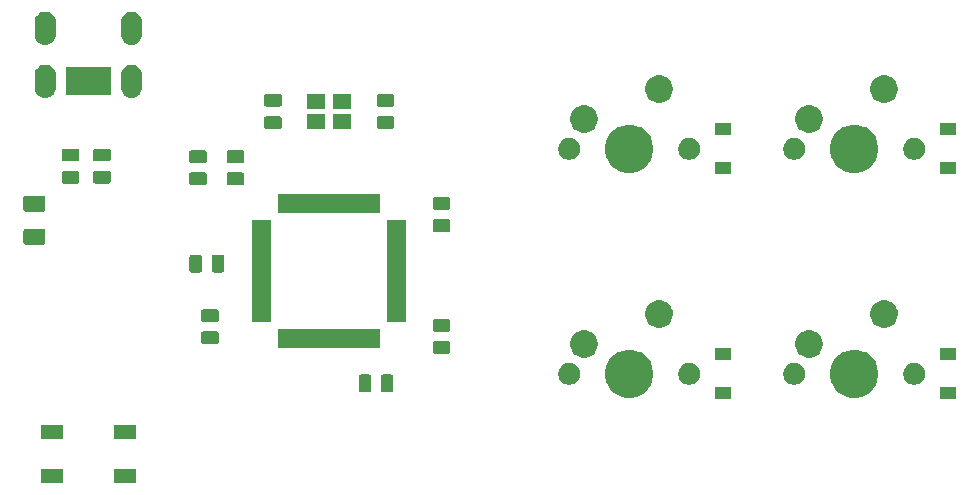
<source format=gbr>
G04 #@! TF.GenerationSoftware,KiCad,Pcbnew,(5.1.5)-3*
G04 #@! TF.CreationDate,2019-12-18T23:42:08-07:00*
G04 #@! TF.ProjectId,MiniV1,4d696e69-5631-42e6-9b69-6361645f7063,rev?*
G04 #@! TF.SameCoordinates,Original*
G04 #@! TF.FileFunction,Soldermask,Bot*
G04 #@! TF.FilePolarity,Negative*
%FSLAX46Y46*%
G04 Gerber Fmt 4.6, Leading zero omitted, Abs format (unit mm)*
G04 Created by KiCad (PCBNEW (5.1.5)-3) date 2019-12-18 23:42:08*
%MOMM*%
%LPD*%
G04 APERTURE LIST*
%ADD10C,0.020000*%
G04 APERTURE END LIST*
D10*
G36*
X86855000Y-93383000D02*
G01*
X84953000Y-93383000D01*
X84953000Y-92181000D01*
X86855000Y-92181000D01*
X86855000Y-93383000D01*
G37*
G36*
X80655000Y-93383000D02*
G01*
X78753000Y-93383000D01*
X78753000Y-92181000D01*
X80655000Y-92181000D01*
X80655000Y-93383000D01*
G37*
G36*
X86855000Y-89683000D02*
G01*
X84953000Y-89683000D01*
X84953000Y-88481000D01*
X86855000Y-88481000D01*
X86855000Y-89683000D01*
G37*
G36*
X80655000Y-89683000D02*
G01*
X78753000Y-89683000D01*
X78753000Y-88481000D01*
X80655000Y-88481000D01*
X80655000Y-89683000D01*
G37*
G36*
X137176000Y-86288500D02*
G01*
X135874000Y-86288500D01*
X135874000Y-85286500D01*
X137176000Y-85286500D01*
X137176000Y-86288500D01*
G37*
G36*
X156226000Y-86288500D02*
G01*
X154924000Y-86288500D01*
X154924000Y-85286500D01*
X156226000Y-85286500D01*
X156226000Y-86288500D01*
G37*
G36*
X148233974Y-82171184D02*
G01*
X148451974Y-82261483D01*
X148606123Y-82325333D01*
X148941048Y-82549123D01*
X149225877Y-82833952D01*
X149449667Y-83168877D01*
X149482062Y-83247086D01*
X149603816Y-83541026D01*
X149682400Y-83936094D01*
X149682400Y-84338906D01*
X149603816Y-84733974D01*
X149552951Y-84856772D01*
X149449667Y-85106123D01*
X149225877Y-85441048D01*
X148941048Y-85725877D01*
X148606123Y-85949667D01*
X148451974Y-86013517D01*
X148233974Y-86103816D01*
X147838906Y-86182400D01*
X147436094Y-86182400D01*
X147041026Y-86103816D01*
X146823026Y-86013517D01*
X146668877Y-85949667D01*
X146333952Y-85725877D01*
X146049123Y-85441048D01*
X145825333Y-85106123D01*
X145722049Y-84856772D01*
X145671184Y-84733974D01*
X145592600Y-84338906D01*
X145592600Y-83936094D01*
X145671184Y-83541026D01*
X145792938Y-83247086D01*
X145825333Y-83168877D01*
X146049123Y-82833952D01*
X146333952Y-82549123D01*
X146668877Y-82325333D01*
X146823026Y-82261483D01*
X147041026Y-82171184D01*
X147436094Y-82092600D01*
X147838906Y-82092600D01*
X148233974Y-82171184D01*
G37*
G36*
X129183974Y-82171184D02*
G01*
X129401974Y-82261483D01*
X129556123Y-82325333D01*
X129891048Y-82549123D01*
X130175877Y-82833952D01*
X130399667Y-83168877D01*
X130432062Y-83247086D01*
X130553816Y-83541026D01*
X130632400Y-83936094D01*
X130632400Y-84338906D01*
X130553816Y-84733974D01*
X130502951Y-84856772D01*
X130399667Y-85106123D01*
X130175877Y-85441048D01*
X129891048Y-85725877D01*
X129556123Y-85949667D01*
X129401974Y-86013517D01*
X129183974Y-86103816D01*
X128788906Y-86182400D01*
X128386094Y-86182400D01*
X127991026Y-86103816D01*
X127773026Y-86013517D01*
X127618877Y-85949667D01*
X127283952Y-85725877D01*
X126999123Y-85441048D01*
X126775333Y-85106123D01*
X126672049Y-84856772D01*
X126621184Y-84733974D01*
X126542600Y-84338906D01*
X126542600Y-83936094D01*
X126621184Y-83541026D01*
X126742938Y-83247086D01*
X126775333Y-83168877D01*
X126999123Y-82833952D01*
X127283952Y-82549123D01*
X127618877Y-82325333D01*
X127773026Y-82261483D01*
X127991026Y-82171184D01*
X128386094Y-82092600D01*
X128788906Y-82092600D01*
X129183974Y-82171184D01*
G37*
G36*
X106590718Y-84184815D02*
G01*
X106629388Y-84196546D01*
X106665027Y-84215596D01*
X106696267Y-84241233D01*
X106721904Y-84272473D01*
X106740954Y-84308112D01*
X106752685Y-84346782D01*
X106757250Y-84393138D01*
X106757250Y-85469362D01*
X106752685Y-85515718D01*
X106740954Y-85554388D01*
X106721904Y-85590027D01*
X106696267Y-85621267D01*
X106665027Y-85646904D01*
X106629388Y-85665954D01*
X106590718Y-85677685D01*
X106544362Y-85682250D01*
X105893138Y-85682250D01*
X105846782Y-85677685D01*
X105808112Y-85665954D01*
X105772473Y-85646904D01*
X105741233Y-85621267D01*
X105715596Y-85590027D01*
X105696546Y-85554388D01*
X105684815Y-85515718D01*
X105680250Y-85469362D01*
X105680250Y-84393138D01*
X105684815Y-84346782D01*
X105696546Y-84308112D01*
X105715596Y-84272473D01*
X105741233Y-84241233D01*
X105772473Y-84215596D01*
X105808112Y-84196546D01*
X105846782Y-84184815D01*
X105893138Y-84180250D01*
X106544362Y-84180250D01*
X106590718Y-84184815D01*
G37*
G36*
X108465718Y-84184815D02*
G01*
X108504388Y-84196546D01*
X108540027Y-84215596D01*
X108571267Y-84241233D01*
X108596904Y-84272473D01*
X108615954Y-84308112D01*
X108627685Y-84346782D01*
X108632250Y-84393138D01*
X108632250Y-85469362D01*
X108627685Y-85515718D01*
X108615954Y-85554388D01*
X108596904Y-85590027D01*
X108571267Y-85621267D01*
X108540027Y-85646904D01*
X108504388Y-85665954D01*
X108465718Y-85677685D01*
X108419362Y-85682250D01*
X107768138Y-85682250D01*
X107721782Y-85677685D01*
X107683112Y-85665954D01*
X107647473Y-85646904D01*
X107616233Y-85621267D01*
X107590596Y-85590027D01*
X107571546Y-85554388D01*
X107559815Y-85515718D01*
X107555250Y-85469362D01*
X107555250Y-84393138D01*
X107559815Y-84346782D01*
X107571546Y-84308112D01*
X107590596Y-84272473D01*
X107616233Y-84241233D01*
X107647473Y-84215596D01*
X107683112Y-84196546D01*
X107721782Y-84184815D01*
X107768138Y-84180250D01*
X108419362Y-84180250D01*
X108465718Y-84184815D01*
G37*
G36*
X133937604Y-83247085D02*
G01*
X134106126Y-83316889D01*
X134257791Y-83418228D01*
X134386772Y-83547209D01*
X134488111Y-83698874D01*
X134557915Y-83867396D01*
X134593500Y-84046297D01*
X134593500Y-84228703D01*
X134557915Y-84407604D01*
X134488111Y-84576126D01*
X134386772Y-84727791D01*
X134257791Y-84856772D01*
X134106126Y-84958111D01*
X133937604Y-85027915D01*
X133758703Y-85063500D01*
X133576297Y-85063500D01*
X133397396Y-85027915D01*
X133228874Y-84958111D01*
X133077209Y-84856772D01*
X132948228Y-84727791D01*
X132846889Y-84576126D01*
X132777085Y-84407604D01*
X132741500Y-84228703D01*
X132741500Y-84046297D01*
X132777085Y-83867396D01*
X132846889Y-83698874D01*
X132948228Y-83547209D01*
X133077209Y-83418228D01*
X133228874Y-83316889D01*
X133397396Y-83247085D01*
X133576297Y-83211500D01*
X133758703Y-83211500D01*
X133937604Y-83247085D01*
G37*
G36*
X142827604Y-83247085D02*
G01*
X142996126Y-83316889D01*
X143147791Y-83418228D01*
X143276772Y-83547209D01*
X143378111Y-83698874D01*
X143447915Y-83867396D01*
X143483500Y-84046297D01*
X143483500Y-84228703D01*
X143447915Y-84407604D01*
X143378111Y-84576126D01*
X143276772Y-84727791D01*
X143147791Y-84856772D01*
X142996126Y-84958111D01*
X142827604Y-85027915D01*
X142648703Y-85063500D01*
X142466297Y-85063500D01*
X142287396Y-85027915D01*
X142118874Y-84958111D01*
X141967209Y-84856772D01*
X141838228Y-84727791D01*
X141736889Y-84576126D01*
X141667085Y-84407604D01*
X141631500Y-84228703D01*
X141631500Y-84046297D01*
X141667085Y-83867396D01*
X141736889Y-83698874D01*
X141838228Y-83547209D01*
X141967209Y-83418228D01*
X142118874Y-83316889D01*
X142287396Y-83247085D01*
X142466297Y-83211500D01*
X142648703Y-83211500D01*
X142827604Y-83247085D01*
G37*
G36*
X123777604Y-83247085D02*
G01*
X123946126Y-83316889D01*
X124097791Y-83418228D01*
X124226772Y-83547209D01*
X124328111Y-83698874D01*
X124397915Y-83867396D01*
X124433500Y-84046297D01*
X124433500Y-84228703D01*
X124397915Y-84407604D01*
X124328111Y-84576126D01*
X124226772Y-84727791D01*
X124097791Y-84856772D01*
X123946126Y-84958111D01*
X123777604Y-85027915D01*
X123598703Y-85063500D01*
X123416297Y-85063500D01*
X123237396Y-85027915D01*
X123068874Y-84958111D01*
X122917209Y-84856772D01*
X122788228Y-84727791D01*
X122686889Y-84576126D01*
X122617085Y-84407604D01*
X122581500Y-84228703D01*
X122581500Y-84046297D01*
X122617085Y-83867396D01*
X122686889Y-83698874D01*
X122788228Y-83547209D01*
X122917209Y-83418228D01*
X123068874Y-83316889D01*
X123237396Y-83247085D01*
X123416297Y-83211500D01*
X123598703Y-83211500D01*
X123777604Y-83247085D01*
G37*
G36*
X152987604Y-83247085D02*
G01*
X153156126Y-83316889D01*
X153307791Y-83418228D01*
X153436772Y-83547209D01*
X153538111Y-83698874D01*
X153607915Y-83867396D01*
X153643500Y-84046297D01*
X153643500Y-84228703D01*
X153607915Y-84407604D01*
X153538111Y-84576126D01*
X153436772Y-84727791D01*
X153307791Y-84856772D01*
X153156126Y-84958111D01*
X152987604Y-85027915D01*
X152808703Y-85063500D01*
X152626297Y-85063500D01*
X152447396Y-85027915D01*
X152278874Y-84958111D01*
X152127209Y-84856772D01*
X151998228Y-84727791D01*
X151896889Y-84576126D01*
X151827085Y-84407604D01*
X151791500Y-84228703D01*
X151791500Y-84046297D01*
X151827085Y-83867396D01*
X151896889Y-83698874D01*
X151998228Y-83547209D01*
X152127209Y-83418228D01*
X152278874Y-83316889D01*
X152447396Y-83247085D01*
X152626297Y-83211500D01*
X152808703Y-83211500D01*
X152987604Y-83247085D01*
G37*
G36*
X156226000Y-82988500D02*
G01*
X154924000Y-82988500D01*
X154924000Y-81986500D01*
X156226000Y-81986500D01*
X156226000Y-82988500D01*
G37*
G36*
X137176000Y-82988500D02*
G01*
X135874000Y-82988500D01*
X135874000Y-81986500D01*
X137176000Y-81986500D01*
X137176000Y-82988500D01*
G37*
G36*
X144014403Y-80435638D02*
G01*
X144170527Y-80466693D01*
X144384545Y-80555342D01*
X144423509Y-80581377D01*
X144577154Y-80684039D01*
X144740961Y-80847846D01*
X144826758Y-80976251D01*
X144869658Y-81040455D01*
X144958307Y-81254473D01*
X144958307Y-81254475D01*
X145003399Y-81481163D01*
X145003500Y-81481674D01*
X145003500Y-81713326D01*
X144958307Y-81940527D01*
X144869658Y-82154545D01*
X144869657Y-82154546D01*
X144740961Y-82347154D01*
X144577154Y-82510961D01*
X144520040Y-82549123D01*
X144384545Y-82639658D01*
X144170527Y-82728307D01*
X144019060Y-82758436D01*
X143943327Y-82773500D01*
X143711673Y-82773500D01*
X143635940Y-82758436D01*
X143484473Y-82728307D01*
X143270455Y-82639658D01*
X143134960Y-82549123D01*
X143077846Y-82510961D01*
X142914039Y-82347154D01*
X142785343Y-82154546D01*
X142785342Y-82154545D01*
X142696693Y-81940527D01*
X142651500Y-81713326D01*
X142651500Y-81481674D01*
X142651602Y-81481163D01*
X142696693Y-81254475D01*
X142696693Y-81254473D01*
X142785342Y-81040455D01*
X142828242Y-80976251D01*
X142914039Y-80847846D01*
X143077846Y-80684039D01*
X143231491Y-80581377D01*
X143270455Y-80555342D01*
X143484473Y-80466693D01*
X143640597Y-80435638D01*
X143711673Y-80421500D01*
X143943327Y-80421500D01*
X144014403Y-80435638D01*
G37*
G36*
X124964403Y-80435638D02*
G01*
X125120527Y-80466693D01*
X125334545Y-80555342D01*
X125373509Y-80581377D01*
X125527154Y-80684039D01*
X125690961Y-80847846D01*
X125776758Y-80976251D01*
X125819658Y-81040455D01*
X125908307Y-81254473D01*
X125908307Y-81254475D01*
X125953399Y-81481163D01*
X125953500Y-81481674D01*
X125953500Y-81713326D01*
X125908307Y-81940527D01*
X125819658Y-82154545D01*
X125819657Y-82154546D01*
X125690961Y-82347154D01*
X125527154Y-82510961D01*
X125470040Y-82549123D01*
X125334545Y-82639658D01*
X125120527Y-82728307D01*
X124969060Y-82758436D01*
X124893327Y-82773500D01*
X124661673Y-82773500D01*
X124585940Y-82758436D01*
X124434473Y-82728307D01*
X124220455Y-82639658D01*
X124084960Y-82549123D01*
X124027846Y-82510961D01*
X123864039Y-82347154D01*
X123735343Y-82154546D01*
X123735342Y-82154545D01*
X123646693Y-81940527D01*
X123601500Y-81713326D01*
X123601500Y-81481674D01*
X123601602Y-81481163D01*
X123646693Y-81254475D01*
X123646693Y-81254473D01*
X123735342Y-81040455D01*
X123778242Y-80976251D01*
X123864039Y-80847846D01*
X124027846Y-80684039D01*
X124181491Y-80581377D01*
X124220455Y-80555342D01*
X124434473Y-80466693D01*
X124590597Y-80435638D01*
X124661673Y-80421500D01*
X124893327Y-80421500D01*
X124964403Y-80435638D01*
G37*
G36*
X113296968Y-81366065D02*
G01*
X113335638Y-81377796D01*
X113371277Y-81396846D01*
X113402517Y-81422483D01*
X113428154Y-81453723D01*
X113447204Y-81489362D01*
X113458935Y-81528032D01*
X113463500Y-81574388D01*
X113463500Y-82225612D01*
X113458935Y-82271968D01*
X113447204Y-82310638D01*
X113428154Y-82346277D01*
X113402517Y-82377517D01*
X113371277Y-82403154D01*
X113335638Y-82422204D01*
X113296968Y-82433935D01*
X113250612Y-82438500D01*
X112174388Y-82438500D01*
X112128032Y-82433935D01*
X112089362Y-82422204D01*
X112053723Y-82403154D01*
X112022483Y-82377517D01*
X111996846Y-82346277D01*
X111977796Y-82310638D01*
X111966065Y-82271968D01*
X111961500Y-82225612D01*
X111961500Y-81574388D01*
X111966065Y-81528032D01*
X111977796Y-81489362D01*
X111996846Y-81453723D01*
X112022483Y-81422483D01*
X112053723Y-81396846D01*
X112089362Y-81377796D01*
X112128032Y-81366065D01*
X112174388Y-81361500D01*
X113250612Y-81361500D01*
X113296968Y-81366065D01*
G37*
G36*
X107513500Y-81907250D02*
G01*
X98861500Y-81907250D01*
X98861500Y-80305250D01*
X107513500Y-80305250D01*
X107513500Y-81907250D01*
G37*
G36*
X93675468Y-80540565D02*
G01*
X93714138Y-80552296D01*
X93749777Y-80571346D01*
X93781017Y-80596983D01*
X93806654Y-80628223D01*
X93825704Y-80663862D01*
X93837435Y-80702532D01*
X93842000Y-80748888D01*
X93842000Y-81400112D01*
X93837435Y-81446468D01*
X93825704Y-81485138D01*
X93806654Y-81520777D01*
X93781017Y-81552017D01*
X93749777Y-81577654D01*
X93714138Y-81596704D01*
X93675468Y-81608435D01*
X93629112Y-81613000D01*
X92552888Y-81613000D01*
X92506532Y-81608435D01*
X92467862Y-81596704D01*
X92432223Y-81577654D01*
X92400983Y-81552017D01*
X92375346Y-81520777D01*
X92356296Y-81485138D01*
X92344565Y-81446468D01*
X92340000Y-81400112D01*
X92340000Y-80748888D01*
X92344565Y-80702532D01*
X92356296Y-80663862D01*
X92375346Y-80628223D01*
X92400983Y-80596983D01*
X92432223Y-80571346D01*
X92467862Y-80552296D01*
X92506532Y-80540565D01*
X92552888Y-80536000D01*
X93629112Y-80536000D01*
X93675468Y-80540565D01*
G37*
G36*
X113296968Y-79491065D02*
G01*
X113335638Y-79502796D01*
X113371277Y-79521846D01*
X113402517Y-79547483D01*
X113428154Y-79578723D01*
X113447204Y-79614362D01*
X113458935Y-79653032D01*
X113463500Y-79699388D01*
X113463500Y-80350612D01*
X113458935Y-80396968D01*
X113447204Y-80435638D01*
X113428154Y-80471277D01*
X113402517Y-80502517D01*
X113371277Y-80528154D01*
X113335638Y-80547204D01*
X113296968Y-80558935D01*
X113250612Y-80563500D01*
X112174388Y-80563500D01*
X112128032Y-80558935D01*
X112089362Y-80547204D01*
X112053723Y-80528154D01*
X112022483Y-80502517D01*
X111996846Y-80471277D01*
X111977796Y-80435638D01*
X111966065Y-80396968D01*
X111961500Y-80350612D01*
X111961500Y-79699388D01*
X111966065Y-79653032D01*
X111977796Y-79614362D01*
X111996846Y-79578723D01*
X112022483Y-79547483D01*
X112053723Y-79521846D01*
X112089362Y-79502796D01*
X112128032Y-79491065D01*
X112174388Y-79486500D01*
X113250612Y-79486500D01*
X113296968Y-79491065D01*
G37*
G36*
X131319060Y-77896564D02*
G01*
X131470527Y-77926693D01*
X131684545Y-78015342D01*
X131684546Y-78015343D01*
X131877154Y-78144039D01*
X132040961Y-78307846D01*
X132126758Y-78436251D01*
X132169658Y-78500455D01*
X132258307Y-78714473D01*
X132263357Y-78739861D01*
X132301626Y-78932250D01*
X132303500Y-78941674D01*
X132303500Y-79173326D01*
X132258307Y-79400527D01*
X132169658Y-79614545D01*
X132143942Y-79653032D01*
X132040961Y-79807154D01*
X131877154Y-79970961D01*
X131748749Y-80056758D01*
X131684545Y-80099658D01*
X131470527Y-80188307D01*
X131319060Y-80218436D01*
X131243327Y-80233500D01*
X131011673Y-80233500D01*
X130935940Y-80218436D01*
X130784473Y-80188307D01*
X130570455Y-80099658D01*
X130506251Y-80056758D01*
X130377846Y-79970961D01*
X130214039Y-79807154D01*
X130111058Y-79653032D01*
X130085342Y-79614545D01*
X129996693Y-79400527D01*
X129951500Y-79173326D01*
X129951500Y-78941674D01*
X129953375Y-78932250D01*
X129991643Y-78739861D01*
X129996693Y-78714473D01*
X130085342Y-78500455D01*
X130128242Y-78436251D01*
X130214039Y-78307846D01*
X130377846Y-78144039D01*
X130570454Y-78015343D01*
X130570455Y-78015342D01*
X130784473Y-77926693D01*
X130935940Y-77896564D01*
X131011673Y-77881500D01*
X131243327Y-77881500D01*
X131319060Y-77896564D01*
G37*
G36*
X150369060Y-77896564D02*
G01*
X150520527Y-77926693D01*
X150734545Y-78015342D01*
X150734546Y-78015343D01*
X150927154Y-78144039D01*
X151090961Y-78307846D01*
X151176758Y-78436251D01*
X151219658Y-78500455D01*
X151308307Y-78714473D01*
X151313357Y-78739861D01*
X151351626Y-78932250D01*
X151353500Y-78941674D01*
X151353500Y-79173326D01*
X151308307Y-79400527D01*
X151219658Y-79614545D01*
X151193942Y-79653032D01*
X151090961Y-79807154D01*
X150927154Y-79970961D01*
X150798749Y-80056758D01*
X150734545Y-80099658D01*
X150520527Y-80188307D01*
X150369060Y-80218436D01*
X150293327Y-80233500D01*
X150061673Y-80233500D01*
X149985940Y-80218436D01*
X149834473Y-80188307D01*
X149620455Y-80099658D01*
X149556251Y-80056758D01*
X149427846Y-79970961D01*
X149264039Y-79807154D01*
X149161058Y-79653032D01*
X149135342Y-79614545D01*
X149046693Y-79400527D01*
X149001500Y-79173326D01*
X149001500Y-78941674D01*
X149003375Y-78932250D01*
X149041643Y-78739861D01*
X149046693Y-78714473D01*
X149135342Y-78500455D01*
X149178242Y-78436251D01*
X149264039Y-78307846D01*
X149427846Y-78144039D01*
X149620454Y-78015343D01*
X149620455Y-78015342D01*
X149834473Y-77926693D01*
X149985940Y-77896564D01*
X150061673Y-77881500D01*
X150293327Y-77881500D01*
X150369060Y-77896564D01*
G37*
G36*
X93675468Y-78665565D02*
G01*
X93714138Y-78677296D01*
X93749777Y-78696346D01*
X93781017Y-78721983D01*
X93806654Y-78753223D01*
X93825704Y-78788862D01*
X93837435Y-78827532D01*
X93842000Y-78873888D01*
X93842000Y-79525112D01*
X93837435Y-79571468D01*
X93825704Y-79610138D01*
X93806654Y-79645777D01*
X93781017Y-79677017D01*
X93749777Y-79702654D01*
X93714138Y-79721704D01*
X93675468Y-79733435D01*
X93629112Y-79738000D01*
X92552888Y-79738000D01*
X92506532Y-79733435D01*
X92467862Y-79721704D01*
X92432223Y-79702654D01*
X92400983Y-79677017D01*
X92375346Y-79645777D01*
X92356296Y-79610138D01*
X92344565Y-79571468D01*
X92340000Y-79525112D01*
X92340000Y-78873888D01*
X92344565Y-78827532D01*
X92356296Y-78788862D01*
X92375346Y-78753223D01*
X92400983Y-78721983D01*
X92432223Y-78696346D01*
X92467862Y-78677296D01*
X92506532Y-78665565D01*
X92552888Y-78661000D01*
X93629112Y-78661000D01*
X93675468Y-78665565D01*
G37*
G36*
X109688500Y-79732250D02*
G01*
X108086500Y-79732250D01*
X108086500Y-71080250D01*
X109688500Y-71080250D01*
X109688500Y-79732250D01*
G37*
G36*
X98288500Y-79732250D02*
G01*
X96686500Y-79732250D01*
X96686500Y-71080250D01*
X98288500Y-71080250D01*
X98288500Y-79732250D01*
G37*
G36*
X92271468Y-74056565D02*
G01*
X92310138Y-74068296D01*
X92345777Y-74087346D01*
X92377017Y-74112983D01*
X92402654Y-74144223D01*
X92421704Y-74179862D01*
X92433435Y-74218532D01*
X92438000Y-74264888D01*
X92438000Y-75341112D01*
X92433435Y-75387468D01*
X92421704Y-75426138D01*
X92402654Y-75461777D01*
X92377017Y-75493017D01*
X92345777Y-75518654D01*
X92310138Y-75537704D01*
X92271468Y-75549435D01*
X92225112Y-75554000D01*
X91573888Y-75554000D01*
X91527532Y-75549435D01*
X91488862Y-75537704D01*
X91453223Y-75518654D01*
X91421983Y-75493017D01*
X91396346Y-75461777D01*
X91377296Y-75426138D01*
X91365565Y-75387468D01*
X91361000Y-75341112D01*
X91361000Y-74264888D01*
X91365565Y-74218532D01*
X91377296Y-74179862D01*
X91396346Y-74144223D01*
X91421983Y-74112983D01*
X91453223Y-74087346D01*
X91488862Y-74068296D01*
X91527532Y-74056565D01*
X91573888Y-74052000D01*
X92225112Y-74052000D01*
X92271468Y-74056565D01*
G37*
G36*
X94146468Y-74056565D02*
G01*
X94185138Y-74068296D01*
X94220777Y-74087346D01*
X94252017Y-74112983D01*
X94277654Y-74144223D01*
X94296704Y-74179862D01*
X94308435Y-74218532D01*
X94313000Y-74264888D01*
X94313000Y-75341112D01*
X94308435Y-75387468D01*
X94296704Y-75426138D01*
X94277654Y-75461777D01*
X94252017Y-75493017D01*
X94220777Y-75518654D01*
X94185138Y-75537704D01*
X94146468Y-75549435D01*
X94100112Y-75554000D01*
X93448888Y-75554000D01*
X93402532Y-75549435D01*
X93363862Y-75537704D01*
X93328223Y-75518654D01*
X93296983Y-75493017D01*
X93271346Y-75461777D01*
X93252296Y-75426138D01*
X93240565Y-75387468D01*
X93236000Y-75341112D01*
X93236000Y-74264888D01*
X93240565Y-74218532D01*
X93252296Y-74179862D01*
X93271346Y-74144223D01*
X93296983Y-74112983D01*
X93328223Y-74087346D01*
X93363862Y-74068296D01*
X93402532Y-74056565D01*
X93448888Y-74052000D01*
X94100112Y-74052000D01*
X94146468Y-74056565D01*
G37*
G36*
X79000604Y-71848347D02*
G01*
X79037144Y-71859432D01*
X79070821Y-71877433D01*
X79100341Y-71901659D01*
X79124567Y-71931179D01*
X79142568Y-71964856D01*
X79153653Y-72001396D01*
X79158000Y-72045538D01*
X79158000Y-72994462D01*
X79153653Y-73038604D01*
X79142568Y-73075144D01*
X79124567Y-73108821D01*
X79100341Y-73138341D01*
X79070821Y-73162567D01*
X79037144Y-73180568D01*
X79000604Y-73191653D01*
X78956462Y-73196000D01*
X77507538Y-73196000D01*
X77463396Y-73191653D01*
X77426856Y-73180568D01*
X77393179Y-73162567D01*
X77363659Y-73138341D01*
X77339433Y-73108821D01*
X77321432Y-73075144D01*
X77310347Y-73038604D01*
X77306000Y-72994462D01*
X77306000Y-72045538D01*
X77310347Y-72001396D01*
X77321432Y-71964856D01*
X77339433Y-71931179D01*
X77363659Y-71901659D01*
X77393179Y-71877433D01*
X77426856Y-71859432D01*
X77463396Y-71848347D01*
X77507538Y-71844000D01*
X78956462Y-71844000D01*
X79000604Y-71848347D01*
G37*
G36*
X113296968Y-71047315D02*
G01*
X113335638Y-71059046D01*
X113371277Y-71078096D01*
X113402517Y-71103733D01*
X113428154Y-71134973D01*
X113447204Y-71170612D01*
X113458935Y-71209282D01*
X113463500Y-71255638D01*
X113463500Y-71906862D01*
X113458935Y-71953218D01*
X113447204Y-71991888D01*
X113428154Y-72027527D01*
X113402517Y-72058767D01*
X113371277Y-72084404D01*
X113335638Y-72103454D01*
X113296968Y-72115185D01*
X113250612Y-72119750D01*
X112174388Y-72119750D01*
X112128032Y-72115185D01*
X112089362Y-72103454D01*
X112053723Y-72084404D01*
X112022483Y-72058767D01*
X111996846Y-72027527D01*
X111977796Y-71991888D01*
X111966065Y-71953218D01*
X111961500Y-71906862D01*
X111961500Y-71255638D01*
X111966065Y-71209282D01*
X111977796Y-71170612D01*
X111996846Y-71134973D01*
X112022483Y-71103733D01*
X112053723Y-71078096D01*
X112089362Y-71059046D01*
X112128032Y-71047315D01*
X112174388Y-71042750D01*
X113250612Y-71042750D01*
X113296968Y-71047315D01*
G37*
G36*
X107513500Y-70507250D02*
G01*
X98861500Y-70507250D01*
X98861500Y-68905250D01*
X107513500Y-68905250D01*
X107513500Y-70507250D01*
G37*
G36*
X79000604Y-69048347D02*
G01*
X79037144Y-69059432D01*
X79070821Y-69077433D01*
X79100341Y-69101659D01*
X79124567Y-69131179D01*
X79142568Y-69164856D01*
X79153653Y-69201396D01*
X79158000Y-69245538D01*
X79158000Y-70194462D01*
X79153653Y-70238604D01*
X79142568Y-70275144D01*
X79124567Y-70308821D01*
X79100341Y-70338341D01*
X79070821Y-70362567D01*
X79037144Y-70380568D01*
X79000604Y-70391653D01*
X78956462Y-70396000D01*
X77507538Y-70396000D01*
X77463396Y-70391653D01*
X77426856Y-70380568D01*
X77393179Y-70362567D01*
X77363659Y-70338341D01*
X77339433Y-70308821D01*
X77321432Y-70275144D01*
X77310347Y-70238604D01*
X77306000Y-70194462D01*
X77306000Y-69245538D01*
X77310347Y-69201396D01*
X77321432Y-69164856D01*
X77339433Y-69131179D01*
X77363659Y-69101659D01*
X77393179Y-69077433D01*
X77426856Y-69059432D01*
X77463396Y-69048347D01*
X77507538Y-69044000D01*
X78956462Y-69044000D01*
X79000604Y-69048347D01*
G37*
G36*
X113296968Y-69172315D02*
G01*
X113335638Y-69184046D01*
X113371277Y-69203096D01*
X113402517Y-69228733D01*
X113428154Y-69259973D01*
X113447204Y-69295612D01*
X113458935Y-69334282D01*
X113463500Y-69380638D01*
X113463500Y-70031862D01*
X113458935Y-70078218D01*
X113447204Y-70116888D01*
X113428154Y-70152527D01*
X113402517Y-70183767D01*
X113371277Y-70209404D01*
X113335638Y-70228454D01*
X113296968Y-70240185D01*
X113250612Y-70244750D01*
X112174388Y-70244750D01*
X112128032Y-70240185D01*
X112089362Y-70228454D01*
X112053723Y-70209404D01*
X112022483Y-70183767D01*
X111996846Y-70152527D01*
X111977796Y-70116888D01*
X111966065Y-70078218D01*
X111961500Y-70031862D01*
X111961500Y-69380638D01*
X111966065Y-69334282D01*
X111977796Y-69295612D01*
X111996846Y-69259973D01*
X112022483Y-69228733D01*
X112053723Y-69203096D01*
X112089362Y-69184046D01*
X112128032Y-69172315D01*
X112174388Y-69167750D01*
X113250612Y-69167750D01*
X113296968Y-69172315D01*
G37*
G36*
X95834468Y-67078565D02*
G01*
X95873138Y-67090296D01*
X95908777Y-67109346D01*
X95940017Y-67134983D01*
X95965654Y-67166223D01*
X95984704Y-67201862D01*
X95996435Y-67240532D01*
X96001000Y-67286888D01*
X96001000Y-67938112D01*
X95996435Y-67984468D01*
X95984704Y-68023138D01*
X95965654Y-68058777D01*
X95940017Y-68090017D01*
X95908777Y-68115654D01*
X95873138Y-68134704D01*
X95834468Y-68146435D01*
X95788112Y-68151000D01*
X94711888Y-68151000D01*
X94665532Y-68146435D01*
X94626862Y-68134704D01*
X94591223Y-68115654D01*
X94559983Y-68090017D01*
X94534346Y-68058777D01*
X94515296Y-68023138D01*
X94503565Y-67984468D01*
X94499000Y-67938112D01*
X94499000Y-67286888D01*
X94503565Y-67240532D01*
X94515296Y-67201862D01*
X94534346Y-67166223D01*
X94559983Y-67134983D01*
X94591223Y-67109346D01*
X94626862Y-67090296D01*
X94665532Y-67078565D01*
X94711888Y-67074000D01*
X95788112Y-67074000D01*
X95834468Y-67078565D01*
G37*
G36*
X92659468Y-67078565D02*
G01*
X92698138Y-67090296D01*
X92733777Y-67109346D01*
X92765017Y-67134983D01*
X92790654Y-67166223D01*
X92809704Y-67201862D01*
X92821435Y-67240532D01*
X92826000Y-67286888D01*
X92826000Y-67938112D01*
X92821435Y-67984468D01*
X92809704Y-68023138D01*
X92790654Y-68058777D01*
X92765017Y-68090017D01*
X92733777Y-68115654D01*
X92698138Y-68134704D01*
X92659468Y-68146435D01*
X92613112Y-68151000D01*
X91536888Y-68151000D01*
X91490532Y-68146435D01*
X91451862Y-68134704D01*
X91416223Y-68115654D01*
X91384983Y-68090017D01*
X91359346Y-68058777D01*
X91340296Y-68023138D01*
X91328565Y-67984468D01*
X91324000Y-67938112D01*
X91324000Y-67286888D01*
X91328565Y-67240532D01*
X91340296Y-67201862D01*
X91359346Y-67166223D01*
X91384983Y-67134983D01*
X91416223Y-67109346D01*
X91451862Y-67090296D01*
X91490532Y-67078565D01*
X91536888Y-67074000D01*
X92613112Y-67074000D01*
X92659468Y-67078565D01*
G37*
G36*
X84531468Y-66951565D02*
G01*
X84570138Y-66963296D01*
X84605777Y-66982346D01*
X84637017Y-67007983D01*
X84662654Y-67039223D01*
X84681704Y-67074862D01*
X84693435Y-67113532D01*
X84698000Y-67159888D01*
X84698000Y-67811112D01*
X84693435Y-67857468D01*
X84681704Y-67896138D01*
X84662654Y-67931777D01*
X84637017Y-67963017D01*
X84605777Y-67988654D01*
X84570138Y-68007704D01*
X84531468Y-68019435D01*
X84485112Y-68024000D01*
X83408888Y-68024000D01*
X83362532Y-68019435D01*
X83323862Y-68007704D01*
X83288223Y-67988654D01*
X83256983Y-67963017D01*
X83231346Y-67931777D01*
X83212296Y-67896138D01*
X83200565Y-67857468D01*
X83196000Y-67811112D01*
X83196000Y-67159888D01*
X83200565Y-67113532D01*
X83212296Y-67074862D01*
X83231346Y-67039223D01*
X83256983Y-67007983D01*
X83288223Y-66982346D01*
X83323862Y-66963296D01*
X83362532Y-66951565D01*
X83408888Y-66947000D01*
X84485112Y-66947000D01*
X84531468Y-66951565D01*
G37*
G36*
X81864468Y-66951565D02*
G01*
X81903138Y-66963296D01*
X81938777Y-66982346D01*
X81970017Y-67007983D01*
X81995654Y-67039223D01*
X82014704Y-67074862D01*
X82026435Y-67113532D01*
X82031000Y-67159888D01*
X82031000Y-67811112D01*
X82026435Y-67857468D01*
X82014704Y-67896138D01*
X81995654Y-67931777D01*
X81970017Y-67963017D01*
X81938777Y-67988654D01*
X81903138Y-68007704D01*
X81864468Y-68019435D01*
X81818112Y-68024000D01*
X80741888Y-68024000D01*
X80695532Y-68019435D01*
X80656862Y-68007704D01*
X80621223Y-67988654D01*
X80589983Y-67963017D01*
X80564346Y-67931777D01*
X80545296Y-67896138D01*
X80533565Y-67857468D01*
X80529000Y-67811112D01*
X80529000Y-67159888D01*
X80533565Y-67113532D01*
X80545296Y-67074862D01*
X80564346Y-67039223D01*
X80589983Y-67007983D01*
X80621223Y-66982346D01*
X80656862Y-66963296D01*
X80695532Y-66951565D01*
X80741888Y-66947000D01*
X81818112Y-66947000D01*
X81864468Y-66951565D01*
G37*
G36*
X156226000Y-67238500D02*
G01*
X154924000Y-67238500D01*
X154924000Y-66236500D01*
X156226000Y-66236500D01*
X156226000Y-67238500D01*
G37*
G36*
X137176000Y-67238500D02*
G01*
X135874000Y-67238500D01*
X135874000Y-66236500D01*
X137176000Y-66236500D01*
X137176000Y-67238500D01*
G37*
G36*
X129183974Y-63121184D02*
G01*
X129401974Y-63211483D01*
X129556123Y-63275333D01*
X129891048Y-63499123D01*
X130175877Y-63783952D01*
X130399667Y-64118877D01*
X130432062Y-64197086D01*
X130553816Y-64491026D01*
X130632400Y-64886094D01*
X130632400Y-65288906D01*
X130553816Y-65683974D01*
X130502951Y-65806772D01*
X130399667Y-66056123D01*
X130175877Y-66391048D01*
X129891048Y-66675877D01*
X129556123Y-66899667D01*
X129429359Y-66952174D01*
X129183974Y-67053816D01*
X128788906Y-67132400D01*
X128386094Y-67132400D01*
X127991026Y-67053816D01*
X127745641Y-66952174D01*
X127618877Y-66899667D01*
X127283952Y-66675877D01*
X126999123Y-66391048D01*
X126775333Y-66056123D01*
X126672049Y-65806772D01*
X126621184Y-65683974D01*
X126542600Y-65288906D01*
X126542600Y-64886094D01*
X126621184Y-64491026D01*
X126742938Y-64197086D01*
X126775333Y-64118877D01*
X126999123Y-63783952D01*
X127283952Y-63499123D01*
X127618877Y-63275333D01*
X127773026Y-63211483D01*
X127991026Y-63121184D01*
X128386094Y-63042600D01*
X128788906Y-63042600D01*
X129183974Y-63121184D01*
G37*
G36*
X148233974Y-63121184D02*
G01*
X148451974Y-63211483D01*
X148606123Y-63275333D01*
X148941048Y-63499123D01*
X149225877Y-63783952D01*
X149449667Y-64118877D01*
X149482062Y-64197086D01*
X149603816Y-64491026D01*
X149682400Y-64886094D01*
X149682400Y-65288906D01*
X149603816Y-65683974D01*
X149552951Y-65806772D01*
X149449667Y-66056123D01*
X149225877Y-66391048D01*
X148941048Y-66675877D01*
X148606123Y-66899667D01*
X148479359Y-66952174D01*
X148233974Y-67053816D01*
X147838906Y-67132400D01*
X147436094Y-67132400D01*
X147041026Y-67053816D01*
X146795641Y-66952174D01*
X146668877Y-66899667D01*
X146333952Y-66675877D01*
X146049123Y-66391048D01*
X145825333Y-66056123D01*
X145722049Y-65806772D01*
X145671184Y-65683974D01*
X145592600Y-65288906D01*
X145592600Y-64886094D01*
X145671184Y-64491026D01*
X145792938Y-64197086D01*
X145825333Y-64118877D01*
X146049123Y-63783952D01*
X146333952Y-63499123D01*
X146668877Y-63275333D01*
X146823026Y-63211483D01*
X147041026Y-63121184D01*
X147436094Y-63042600D01*
X147838906Y-63042600D01*
X148233974Y-63121184D01*
G37*
G36*
X95834468Y-65203565D02*
G01*
X95873138Y-65215296D01*
X95908777Y-65234346D01*
X95940017Y-65259983D01*
X95965654Y-65291223D01*
X95984704Y-65326862D01*
X95996435Y-65365532D01*
X96001000Y-65411888D01*
X96001000Y-66063112D01*
X95996435Y-66109468D01*
X95984704Y-66148138D01*
X95965654Y-66183777D01*
X95940017Y-66215017D01*
X95908777Y-66240654D01*
X95873138Y-66259704D01*
X95834468Y-66271435D01*
X95788112Y-66276000D01*
X94711888Y-66276000D01*
X94665532Y-66271435D01*
X94626862Y-66259704D01*
X94591223Y-66240654D01*
X94559983Y-66215017D01*
X94534346Y-66183777D01*
X94515296Y-66148138D01*
X94503565Y-66109468D01*
X94499000Y-66063112D01*
X94499000Y-65411888D01*
X94503565Y-65365532D01*
X94515296Y-65326862D01*
X94534346Y-65291223D01*
X94559983Y-65259983D01*
X94591223Y-65234346D01*
X94626862Y-65215296D01*
X94665532Y-65203565D01*
X94711888Y-65199000D01*
X95788112Y-65199000D01*
X95834468Y-65203565D01*
G37*
G36*
X92659468Y-65203565D02*
G01*
X92698138Y-65215296D01*
X92733777Y-65234346D01*
X92765017Y-65259983D01*
X92790654Y-65291223D01*
X92809704Y-65326862D01*
X92821435Y-65365532D01*
X92826000Y-65411888D01*
X92826000Y-66063112D01*
X92821435Y-66109468D01*
X92809704Y-66148138D01*
X92790654Y-66183777D01*
X92765017Y-66215017D01*
X92733777Y-66240654D01*
X92698138Y-66259704D01*
X92659468Y-66271435D01*
X92613112Y-66276000D01*
X91536888Y-66276000D01*
X91490532Y-66271435D01*
X91451862Y-66259704D01*
X91416223Y-66240654D01*
X91384983Y-66215017D01*
X91359346Y-66183777D01*
X91340296Y-66148138D01*
X91328565Y-66109468D01*
X91324000Y-66063112D01*
X91324000Y-65411888D01*
X91328565Y-65365532D01*
X91340296Y-65326862D01*
X91359346Y-65291223D01*
X91384983Y-65259983D01*
X91416223Y-65234346D01*
X91451862Y-65215296D01*
X91490532Y-65203565D01*
X91536888Y-65199000D01*
X92613112Y-65199000D01*
X92659468Y-65203565D01*
G37*
G36*
X84531468Y-65076565D02*
G01*
X84570138Y-65088296D01*
X84605777Y-65107346D01*
X84637017Y-65132983D01*
X84662654Y-65164223D01*
X84681704Y-65199862D01*
X84693435Y-65238532D01*
X84698000Y-65284888D01*
X84698000Y-65936112D01*
X84693435Y-65982468D01*
X84681704Y-66021138D01*
X84662654Y-66056777D01*
X84637017Y-66088017D01*
X84605777Y-66113654D01*
X84570138Y-66132704D01*
X84531468Y-66144435D01*
X84485112Y-66149000D01*
X83408888Y-66149000D01*
X83362532Y-66144435D01*
X83323862Y-66132704D01*
X83288223Y-66113654D01*
X83256983Y-66088017D01*
X83231346Y-66056777D01*
X83212296Y-66021138D01*
X83200565Y-65982468D01*
X83196000Y-65936112D01*
X83196000Y-65284888D01*
X83200565Y-65238532D01*
X83212296Y-65199862D01*
X83231346Y-65164223D01*
X83256983Y-65132983D01*
X83288223Y-65107346D01*
X83323862Y-65088296D01*
X83362532Y-65076565D01*
X83408888Y-65072000D01*
X84485112Y-65072000D01*
X84531468Y-65076565D01*
G37*
G36*
X81864468Y-65076565D02*
G01*
X81903138Y-65088296D01*
X81938777Y-65107346D01*
X81970017Y-65132983D01*
X81995654Y-65164223D01*
X82014704Y-65199862D01*
X82026435Y-65238532D01*
X82031000Y-65284888D01*
X82031000Y-65936112D01*
X82026435Y-65982468D01*
X82014704Y-66021138D01*
X81995654Y-66056777D01*
X81970017Y-66088017D01*
X81938777Y-66113654D01*
X81903138Y-66132704D01*
X81864468Y-66144435D01*
X81818112Y-66149000D01*
X80741888Y-66149000D01*
X80695532Y-66144435D01*
X80656862Y-66132704D01*
X80621223Y-66113654D01*
X80589983Y-66088017D01*
X80564346Y-66056777D01*
X80545296Y-66021138D01*
X80533565Y-65982468D01*
X80529000Y-65936112D01*
X80529000Y-65284888D01*
X80533565Y-65238532D01*
X80545296Y-65199862D01*
X80564346Y-65164223D01*
X80589983Y-65132983D01*
X80621223Y-65107346D01*
X80656862Y-65088296D01*
X80695532Y-65076565D01*
X80741888Y-65072000D01*
X81818112Y-65072000D01*
X81864468Y-65076565D01*
G37*
G36*
X123777604Y-64197085D02*
G01*
X123946126Y-64266889D01*
X124097791Y-64368228D01*
X124226772Y-64497209D01*
X124328111Y-64648874D01*
X124397915Y-64817396D01*
X124433500Y-64996297D01*
X124433500Y-65178703D01*
X124397915Y-65357604D01*
X124328111Y-65526126D01*
X124226772Y-65677791D01*
X124097791Y-65806772D01*
X123946126Y-65908111D01*
X123777604Y-65977915D01*
X123598703Y-66013500D01*
X123416297Y-66013500D01*
X123237396Y-65977915D01*
X123068874Y-65908111D01*
X122917209Y-65806772D01*
X122788228Y-65677791D01*
X122686889Y-65526126D01*
X122617085Y-65357604D01*
X122581500Y-65178703D01*
X122581500Y-64996297D01*
X122617085Y-64817396D01*
X122686889Y-64648874D01*
X122788228Y-64497209D01*
X122917209Y-64368228D01*
X123068874Y-64266889D01*
X123237396Y-64197085D01*
X123416297Y-64161500D01*
X123598703Y-64161500D01*
X123777604Y-64197085D01*
G37*
G36*
X133937604Y-64197085D02*
G01*
X134106126Y-64266889D01*
X134257791Y-64368228D01*
X134386772Y-64497209D01*
X134488111Y-64648874D01*
X134557915Y-64817396D01*
X134593500Y-64996297D01*
X134593500Y-65178703D01*
X134557915Y-65357604D01*
X134488111Y-65526126D01*
X134386772Y-65677791D01*
X134257791Y-65806772D01*
X134106126Y-65908111D01*
X133937604Y-65977915D01*
X133758703Y-66013500D01*
X133576297Y-66013500D01*
X133397396Y-65977915D01*
X133228874Y-65908111D01*
X133077209Y-65806772D01*
X132948228Y-65677791D01*
X132846889Y-65526126D01*
X132777085Y-65357604D01*
X132741500Y-65178703D01*
X132741500Y-64996297D01*
X132777085Y-64817396D01*
X132846889Y-64648874D01*
X132948228Y-64497209D01*
X133077209Y-64368228D01*
X133228874Y-64266889D01*
X133397396Y-64197085D01*
X133576297Y-64161500D01*
X133758703Y-64161500D01*
X133937604Y-64197085D01*
G37*
G36*
X142827604Y-64197085D02*
G01*
X142996126Y-64266889D01*
X143147791Y-64368228D01*
X143276772Y-64497209D01*
X143378111Y-64648874D01*
X143447915Y-64817396D01*
X143483500Y-64996297D01*
X143483500Y-65178703D01*
X143447915Y-65357604D01*
X143378111Y-65526126D01*
X143276772Y-65677791D01*
X143147791Y-65806772D01*
X142996126Y-65908111D01*
X142827604Y-65977915D01*
X142648703Y-66013500D01*
X142466297Y-66013500D01*
X142287396Y-65977915D01*
X142118874Y-65908111D01*
X141967209Y-65806772D01*
X141838228Y-65677791D01*
X141736889Y-65526126D01*
X141667085Y-65357604D01*
X141631500Y-65178703D01*
X141631500Y-64996297D01*
X141667085Y-64817396D01*
X141736889Y-64648874D01*
X141838228Y-64497209D01*
X141967209Y-64368228D01*
X142118874Y-64266889D01*
X142287396Y-64197085D01*
X142466297Y-64161500D01*
X142648703Y-64161500D01*
X142827604Y-64197085D01*
G37*
G36*
X152987604Y-64197085D02*
G01*
X153156126Y-64266889D01*
X153307791Y-64368228D01*
X153436772Y-64497209D01*
X153538111Y-64648874D01*
X153607915Y-64817396D01*
X153643500Y-64996297D01*
X153643500Y-65178703D01*
X153607915Y-65357604D01*
X153538111Y-65526126D01*
X153436772Y-65677791D01*
X153307791Y-65806772D01*
X153156126Y-65908111D01*
X152987604Y-65977915D01*
X152808703Y-66013500D01*
X152626297Y-66013500D01*
X152447396Y-65977915D01*
X152278874Y-65908111D01*
X152127209Y-65806772D01*
X151998228Y-65677791D01*
X151896889Y-65526126D01*
X151827085Y-65357604D01*
X151791500Y-65178703D01*
X151791500Y-64996297D01*
X151827085Y-64817396D01*
X151896889Y-64648874D01*
X151998228Y-64497209D01*
X152127209Y-64368228D01*
X152278874Y-64266889D01*
X152447396Y-64197085D01*
X152626297Y-64161500D01*
X152808703Y-64161500D01*
X152987604Y-64197085D01*
G37*
G36*
X156226000Y-63938500D02*
G01*
X154924000Y-63938500D01*
X154924000Y-62936500D01*
X156226000Y-62936500D01*
X156226000Y-63938500D01*
G37*
G36*
X137176000Y-63938500D02*
G01*
X135874000Y-63938500D01*
X135874000Y-62936500D01*
X137176000Y-62936500D01*
X137176000Y-63938500D01*
G37*
G36*
X144014403Y-61385638D02*
G01*
X144170527Y-61416693D01*
X144384545Y-61505342D01*
X144389922Y-61508935D01*
X144577154Y-61634039D01*
X144740961Y-61797846D01*
X144826758Y-61926251D01*
X144869658Y-61990455D01*
X144958307Y-62204473D01*
X144958307Y-62204475D01*
X145003399Y-62431163D01*
X145003500Y-62431674D01*
X145003500Y-62663326D01*
X144958307Y-62890527D01*
X144869658Y-63104545D01*
X144869657Y-63104546D01*
X144740961Y-63297154D01*
X144577154Y-63460961D01*
X144520040Y-63499123D01*
X144384545Y-63589658D01*
X144170527Y-63678307D01*
X144019060Y-63708436D01*
X143943327Y-63723500D01*
X143711673Y-63723500D01*
X143635940Y-63708436D01*
X143484473Y-63678307D01*
X143270455Y-63589658D01*
X143134960Y-63499123D01*
X143077846Y-63460961D01*
X142914039Y-63297154D01*
X142785343Y-63104546D01*
X142785342Y-63104545D01*
X142696693Y-62890527D01*
X142651500Y-62663326D01*
X142651500Y-62431674D01*
X142651602Y-62431163D01*
X142696693Y-62204475D01*
X142696693Y-62204473D01*
X142785342Y-61990455D01*
X142828242Y-61926251D01*
X142914039Y-61797846D01*
X143077846Y-61634039D01*
X143265078Y-61508935D01*
X143270455Y-61505342D01*
X143484473Y-61416693D01*
X143640597Y-61385638D01*
X143711673Y-61371500D01*
X143943327Y-61371500D01*
X144014403Y-61385638D01*
G37*
G36*
X124964403Y-61385638D02*
G01*
X125120527Y-61416693D01*
X125334545Y-61505342D01*
X125339922Y-61508935D01*
X125527154Y-61634039D01*
X125690961Y-61797846D01*
X125776758Y-61926251D01*
X125819658Y-61990455D01*
X125908307Y-62204473D01*
X125908307Y-62204475D01*
X125953399Y-62431163D01*
X125953500Y-62431674D01*
X125953500Y-62663326D01*
X125908307Y-62890527D01*
X125819658Y-63104545D01*
X125819657Y-63104546D01*
X125690961Y-63297154D01*
X125527154Y-63460961D01*
X125470040Y-63499123D01*
X125334545Y-63589658D01*
X125120527Y-63678307D01*
X124969060Y-63708436D01*
X124893327Y-63723500D01*
X124661673Y-63723500D01*
X124585940Y-63708436D01*
X124434473Y-63678307D01*
X124220455Y-63589658D01*
X124084960Y-63499123D01*
X124027846Y-63460961D01*
X123864039Y-63297154D01*
X123735343Y-63104546D01*
X123735342Y-63104545D01*
X123646693Y-62890527D01*
X123601500Y-62663326D01*
X123601500Y-62431674D01*
X123601602Y-62431163D01*
X123646693Y-62204475D01*
X123646693Y-62204473D01*
X123735342Y-61990455D01*
X123778242Y-61926251D01*
X123864039Y-61797846D01*
X124027846Y-61634039D01*
X124215078Y-61508935D01*
X124220455Y-61505342D01*
X124434473Y-61416693D01*
X124590597Y-61385638D01*
X124661673Y-61371500D01*
X124893327Y-61371500D01*
X124964403Y-61385638D01*
G37*
G36*
X102838500Y-63413500D02*
G01*
X101336500Y-63413500D01*
X101336500Y-62111500D01*
X102838500Y-62111500D01*
X102838500Y-63413500D01*
G37*
G36*
X105038500Y-63413500D02*
G01*
X103536500Y-63413500D01*
X103536500Y-62111500D01*
X105038500Y-62111500D01*
X105038500Y-63413500D01*
G37*
G36*
X108534468Y-62316065D02*
G01*
X108573138Y-62327796D01*
X108608777Y-62346846D01*
X108640017Y-62372483D01*
X108665654Y-62403723D01*
X108684704Y-62439362D01*
X108696435Y-62478032D01*
X108701000Y-62524388D01*
X108701000Y-63175612D01*
X108696435Y-63221968D01*
X108684704Y-63260638D01*
X108665654Y-63296277D01*
X108640017Y-63327517D01*
X108608777Y-63353154D01*
X108573138Y-63372204D01*
X108534468Y-63383935D01*
X108488112Y-63388500D01*
X107411888Y-63388500D01*
X107365532Y-63383935D01*
X107326862Y-63372204D01*
X107291223Y-63353154D01*
X107259983Y-63327517D01*
X107234346Y-63296277D01*
X107215296Y-63260638D01*
X107203565Y-63221968D01*
X107199000Y-63175612D01*
X107199000Y-62524388D01*
X107203565Y-62478032D01*
X107215296Y-62439362D01*
X107234346Y-62403723D01*
X107259983Y-62372483D01*
X107291223Y-62346846D01*
X107326862Y-62327796D01*
X107365532Y-62316065D01*
X107411888Y-62311500D01*
X108488112Y-62311500D01*
X108534468Y-62316065D01*
G37*
G36*
X99009468Y-62316065D02*
G01*
X99048138Y-62327796D01*
X99083777Y-62346846D01*
X99115017Y-62372483D01*
X99140654Y-62403723D01*
X99159704Y-62439362D01*
X99171435Y-62478032D01*
X99176000Y-62524388D01*
X99176000Y-63175612D01*
X99171435Y-63221968D01*
X99159704Y-63260638D01*
X99140654Y-63296277D01*
X99115017Y-63327517D01*
X99083777Y-63353154D01*
X99048138Y-63372204D01*
X99009468Y-63383935D01*
X98963112Y-63388500D01*
X97886888Y-63388500D01*
X97840532Y-63383935D01*
X97801862Y-63372204D01*
X97766223Y-63353154D01*
X97734983Y-63327517D01*
X97709346Y-63296277D01*
X97690296Y-63260638D01*
X97678565Y-63221968D01*
X97674000Y-63175612D01*
X97674000Y-62524388D01*
X97678565Y-62478032D01*
X97690296Y-62439362D01*
X97709346Y-62403723D01*
X97734983Y-62372483D01*
X97766223Y-62346846D01*
X97801862Y-62327796D01*
X97840532Y-62316065D01*
X97886888Y-62311500D01*
X98963112Y-62311500D01*
X99009468Y-62316065D01*
G37*
G36*
X102838500Y-61713500D02*
G01*
X101336500Y-61713500D01*
X101336500Y-60411500D01*
X102838500Y-60411500D01*
X102838500Y-61713500D01*
G37*
G36*
X105038500Y-61713500D02*
G01*
X103536500Y-61713500D01*
X103536500Y-60411500D01*
X105038500Y-60411500D01*
X105038500Y-61713500D01*
G37*
G36*
X108534468Y-60441065D02*
G01*
X108573138Y-60452796D01*
X108608777Y-60471846D01*
X108640017Y-60497483D01*
X108665654Y-60528723D01*
X108684704Y-60564362D01*
X108696435Y-60603032D01*
X108701000Y-60649388D01*
X108701000Y-61300612D01*
X108696435Y-61346968D01*
X108684704Y-61385638D01*
X108665654Y-61421277D01*
X108640017Y-61452517D01*
X108608777Y-61478154D01*
X108573138Y-61497204D01*
X108534468Y-61508935D01*
X108488112Y-61513500D01*
X107411888Y-61513500D01*
X107365532Y-61508935D01*
X107326862Y-61497204D01*
X107291223Y-61478154D01*
X107259983Y-61452517D01*
X107234346Y-61421277D01*
X107215296Y-61385638D01*
X107203565Y-61346968D01*
X107199000Y-61300612D01*
X107199000Y-60649388D01*
X107203565Y-60603032D01*
X107215296Y-60564362D01*
X107234346Y-60528723D01*
X107259983Y-60497483D01*
X107291223Y-60471846D01*
X107326862Y-60452796D01*
X107365532Y-60441065D01*
X107411888Y-60436500D01*
X108488112Y-60436500D01*
X108534468Y-60441065D01*
G37*
G36*
X99009468Y-60441065D02*
G01*
X99048138Y-60452796D01*
X99083777Y-60471846D01*
X99115017Y-60497483D01*
X99140654Y-60528723D01*
X99159704Y-60564362D01*
X99171435Y-60603032D01*
X99176000Y-60649388D01*
X99176000Y-61300612D01*
X99171435Y-61346968D01*
X99159704Y-61385638D01*
X99140654Y-61421277D01*
X99115017Y-61452517D01*
X99083777Y-61478154D01*
X99048138Y-61497204D01*
X99009468Y-61508935D01*
X98963112Y-61513500D01*
X97886888Y-61513500D01*
X97840532Y-61508935D01*
X97801862Y-61497204D01*
X97766223Y-61478154D01*
X97734983Y-61452517D01*
X97709346Y-61421277D01*
X97690296Y-61385638D01*
X97678565Y-61346968D01*
X97674000Y-61300612D01*
X97674000Y-60649388D01*
X97678565Y-60603032D01*
X97690296Y-60564362D01*
X97709346Y-60528723D01*
X97734983Y-60497483D01*
X97766223Y-60471846D01*
X97801862Y-60452796D01*
X97840532Y-60441065D01*
X97886888Y-60436500D01*
X98963112Y-60436500D01*
X99009468Y-60441065D01*
G37*
G36*
X131319060Y-58846564D02*
G01*
X131470527Y-58876693D01*
X131684545Y-58965342D01*
X131684546Y-58965343D01*
X131877154Y-59094039D01*
X132040961Y-59257846D01*
X132126758Y-59386251D01*
X132169658Y-59450455D01*
X132258307Y-59664473D01*
X132303500Y-59891674D01*
X132303500Y-60123326D01*
X132258307Y-60350527D01*
X132169658Y-60564545D01*
X132143942Y-60603032D01*
X132040961Y-60757154D01*
X131877154Y-60920961D01*
X131748749Y-61006758D01*
X131684545Y-61049658D01*
X131470527Y-61138307D01*
X131319060Y-61168436D01*
X131243327Y-61183500D01*
X131011673Y-61183500D01*
X130935940Y-61168436D01*
X130784473Y-61138307D01*
X130570455Y-61049658D01*
X130506251Y-61006758D01*
X130377846Y-60920961D01*
X130214039Y-60757154D01*
X130111058Y-60603032D01*
X130085342Y-60564545D01*
X129996693Y-60350527D01*
X129951500Y-60123326D01*
X129951500Y-59891674D01*
X129996693Y-59664473D01*
X130085342Y-59450455D01*
X130128242Y-59386251D01*
X130214039Y-59257846D01*
X130377846Y-59094039D01*
X130570454Y-58965343D01*
X130570455Y-58965342D01*
X130784473Y-58876693D01*
X130935940Y-58846564D01*
X131011673Y-58831500D01*
X131243327Y-58831500D01*
X131319060Y-58846564D01*
G37*
G36*
X150369060Y-58846564D02*
G01*
X150520527Y-58876693D01*
X150734545Y-58965342D01*
X150734546Y-58965343D01*
X150927154Y-59094039D01*
X151090961Y-59257846D01*
X151176758Y-59386251D01*
X151219658Y-59450455D01*
X151308307Y-59664473D01*
X151353500Y-59891674D01*
X151353500Y-60123326D01*
X151308307Y-60350527D01*
X151219658Y-60564545D01*
X151193942Y-60603032D01*
X151090961Y-60757154D01*
X150927154Y-60920961D01*
X150798749Y-61006758D01*
X150734545Y-61049658D01*
X150520527Y-61138307D01*
X150369060Y-61168436D01*
X150293327Y-61183500D01*
X150061673Y-61183500D01*
X149985940Y-61168436D01*
X149834473Y-61138307D01*
X149620455Y-61049658D01*
X149556251Y-61006758D01*
X149427846Y-60920961D01*
X149264039Y-60757154D01*
X149161058Y-60603032D01*
X149135342Y-60564545D01*
X149046693Y-60350527D01*
X149001500Y-60123326D01*
X149001500Y-59891674D01*
X149046693Y-59664473D01*
X149135342Y-59450455D01*
X149178242Y-59386251D01*
X149264039Y-59257846D01*
X149427846Y-59094039D01*
X149620454Y-58965343D01*
X149620455Y-58965342D01*
X149834473Y-58876693D01*
X149985940Y-58846564D01*
X150061673Y-58831500D01*
X150293327Y-58831500D01*
X150369060Y-58846564D01*
G37*
G36*
X79330627Y-57976037D02*
G01*
X79500466Y-58027557D01*
X79656991Y-58111222D01*
X79692729Y-58140552D01*
X79794186Y-58223814D01*
X79877448Y-58325271D01*
X79906778Y-58361009D01*
X79990443Y-58517534D01*
X80041963Y-58687373D01*
X80055000Y-58819742D01*
X80055000Y-59908258D01*
X80041963Y-60040627D01*
X79990443Y-60210466D01*
X79906778Y-60366991D01*
X79877448Y-60402729D01*
X79794186Y-60504186D01*
X79656989Y-60616779D01*
X79588809Y-60653222D01*
X79500465Y-60700443D01*
X79330626Y-60751963D01*
X79154000Y-60769359D01*
X78977373Y-60751963D01*
X78807534Y-60700443D01*
X78651009Y-60616778D01*
X78615271Y-60587448D01*
X78513814Y-60504186D01*
X78401221Y-60366989D01*
X78317558Y-60210467D01*
X78317557Y-60210465D01*
X78266037Y-60040626D01*
X78253000Y-59908257D01*
X78253001Y-58819742D01*
X78266038Y-58687373D01*
X78317558Y-58517534D01*
X78401223Y-58361009D01*
X78430553Y-58325271D01*
X78513815Y-58223814D01*
X78615272Y-58140552D01*
X78651010Y-58111222D01*
X78807535Y-58027557D01*
X78977374Y-57976037D01*
X79154000Y-57958641D01*
X79330627Y-57976037D01*
G37*
G36*
X86630627Y-57976037D02*
G01*
X86800466Y-58027557D01*
X86956991Y-58111222D01*
X86992729Y-58140552D01*
X87094186Y-58223814D01*
X87177448Y-58325271D01*
X87206778Y-58361009D01*
X87290443Y-58517534D01*
X87341963Y-58687373D01*
X87355000Y-58819742D01*
X87355000Y-59908258D01*
X87341963Y-60040627D01*
X87290443Y-60210466D01*
X87206778Y-60366991D01*
X87177448Y-60402729D01*
X87094186Y-60504186D01*
X86956989Y-60616779D01*
X86888809Y-60653222D01*
X86800465Y-60700443D01*
X86630626Y-60751963D01*
X86454000Y-60769359D01*
X86277373Y-60751963D01*
X86107534Y-60700443D01*
X85951009Y-60616778D01*
X85915271Y-60587448D01*
X85813814Y-60504186D01*
X85701221Y-60366989D01*
X85617558Y-60210467D01*
X85617557Y-60210465D01*
X85566037Y-60040626D01*
X85553000Y-59908257D01*
X85553001Y-58819742D01*
X85566038Y-58687373D01*
X85617558Y-58517534D01*
X85701223Y-58361009D01*
X85730553Y-58325271D01*
X85813815Y-58223814D01*
X85915272Y-58140552D01*
X85951010Y-58111222D01*
X86107535Y-58027557D01*
X86277374Y-57976037D01*
X86454000Y-57958641D01*
X86630627Y-57976037D01*
G37*
G36*
X84705000Y-60540000D02*
G01*
X80903000Y-60540000D01*
X80903000Y-58188000D01*
X84705000Y-58188000D01*
X84705000Y-60540000D01*
G37*
G36*
X79330627Y-53476037D02*
G01*
X79500466Y-53527557D01*
X79656991Y-53611222D01*
X79692729Y-53640552D01*
X79794186Y-53723814D01*
X79877448Y-53825271D01*
X79906778Y-53861009D01*
X79990443Y-54017534D01*
X80041963Y-54187373D01*
X80055000Y-54319742D01*
X80055000Y-55408258D01*
X80041963Y-55540627D01*
X79990443Y-55710466D01*
X79906778Y-55866991D01*
X79877448Y-55902729D01*
X79794186Y-56004186D01*
X79656989Y-56116779D01*
X79500467Y-56200442D01*
X79500465Y-56200443D01*
X79330626Y-56251963D01*
X79154000Y-56269359D01*
X78977373Y-56251963D01*
X78807534Y-56200443D01*
X78651009Y-56116778D01*
X78615271Y-56087448D01*
X78513814Y-56004186D01*
X78401221Y-55866989D01*
X78317558Y-55710467D01*
X78317557Y-55710465D01*
X78266037Y-55540626D01*
X78253000Y-55408257D01*
X78253001Y-54319742D01*
X78266038Y-54187373D01*
X78317558Y-54017534D01*
X78401223Y-53861009D01*
X78430553Y-53825271D01*
X78513815Y-53723814D01*
X78615272Y-53640552D01*
X78651010Y-53611222D01*
X78807535Y-53527557D01*
X78977374Y-53476037D01*
X79154000Y-53458641D01*
X79330627Y-53476037D01*
G37*
G36*
X86630627Y-53476037D02*
G01*
X86800466Y-53527557D01*
X86956991Y-53611222D01*
X86992729Y-53640552D01*
X87094186Y-53723814D01*
X87177448Y-53825271D01*
X87206778Y-53861009D01*
X87290443Y-54017534D01*
X87341963Y-54187373D01*
X87355000Y-54319742D01*
X87355000Y-55408258D01*
X87341963Y-55540627D01*
X87290443Y-55710466D01*
X87206778Y-55866991D01*
X87177448Y-55902729D01*
X87094186Y-56004186D01*
X86956989Y-56116779D01*
X86800467Y-56200442D01*
X86800465Y-56200443D01*
X86630626Y-56251963D01*
X86454000Y-56269359D01*
X86277373Y-56251963D01*
X86107534Y-56200443D01*
X85951009Y-56116778D01*
X85915271Y-56087448D01*
X85813814Y-56004186D01*
X85701221Y-55866989D01*
X85617558Y-55710467D01*
X85617557Y-55710465D01*
X85566037Y-55540626D01*
X85553000Y-55408257D01*
X85553001Y-54319742D01*
X85566038Y-54187373D01*
X85617558Y-54017534D01*
X85701223Y-53861009D01*
X85730553Y-53825271D01*
X85813815Y-53723814D01*
X85915272Y-53640552D01*
X85951010Y-53611222D01*
X86107535Y-53527557D01*
X86277374Y-53476037D01*
X86454000Y-53458641D01*
X86630627Y-53476037D01*
G37*
M02*

</source>
